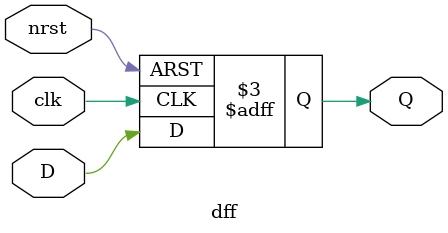
<source format=sv>
module dff(
  input clk, 
  input D,
  input nrst,
  output reg Q
);
  always @(posedge clk, negedge nrst) begin
    if(!nrst) begin
      Q <= 0;
    end else begin
      Q <= D;
    end
  end
endmodule

</source>
